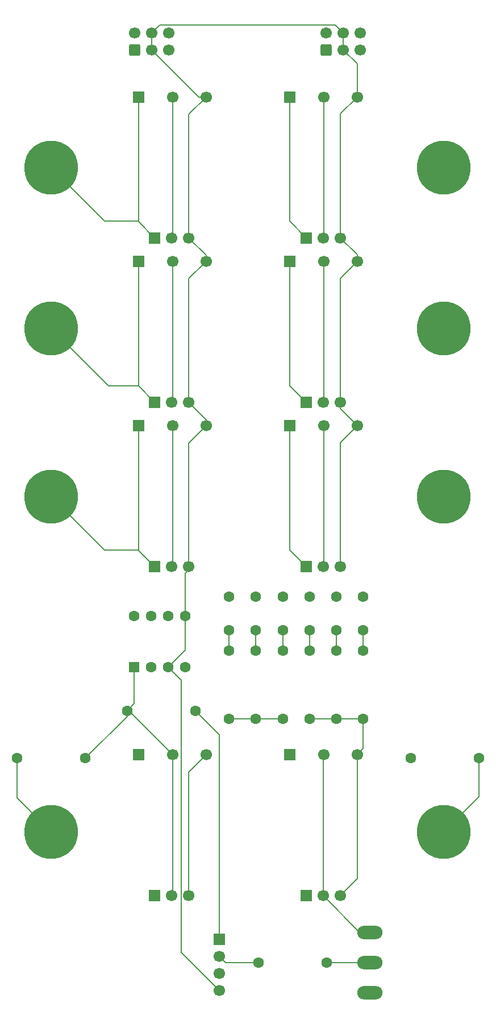
<source format=gbr>
%TF.GenerationSoftware,KiCad,Pcbnew,9.0.5*%
%TF.CreationDate,2025-12-27T19:44:07+11:00*%
%TF.ProjectId,audio-mixer,61756469-6f2d-46d6-9978-65722e6b6963,rev?*%
%TF.SameCoordinates,Original*%
%TF.FileFunction,Copper,L1,Top*%
%TF.FilePolarity,Positive*%
%FSLAX46Y46*%
G04 Gerber Fmt 4.6, Leading zero omitted, Abs format (unit mm)*
G04 Created by KiCad (PCBNEW 9.0.5) date 2025-12-27 19:44:07*
%MOMM*%
%LPD*%
G01*
G04 APERTURE LIST*
G04 Aperture macros list*
%AMRoundRect*
0 Rectangle with rounded corners*
0 $1 Rounding radius*
0 $2 $3 $4 $5 $6 $7 $8 $9 X,Y pos of 4 corners*
0 Add a 4 corners polygon primitive as box body*
4,1,4,$2,$3,$4,$5,$6,$7,$8,$9,$2,$3,0*
0 Add four circle primitives for the rounded corners*
1,1,$1+$1,$2,$3*
1,1,$1+$1,$4,$5*
1,1,$1+$1,$6,$7*
1,1,$1+$1,$8,$9*
0 Add four rect primitives between the rounded corners*
20,1,$1+$1,$2,$3,$4,$5,0*
20,1,$1+$1,$4,$5,$6,$7,0*
20,1,$1+$1,$6,$7,$8,$9,0*
20,1,$1+$1,$8,$9,$2,$3,0*%
G04 Aperture macros list end*
%TA.AperFunction,ComponentPad*%
%ADD10R,1.700000X1.700000*%
%TD*%
%TA.AperFunction,ComponentPad*%
%ADD11C,1.700000*%
%TD*%
%TA.AperFunction,ComponentPad*%
%ADD12C,8.000000*%
%TD*%
%TA.AperFunction,ComponentPad*%
%ADD13C,1.600000*%
%TD*%
%TA.AperFunction,ComponentPad*%
%ADD14RoundRect,0.250000X0.550000X-0.550000X0.550000X0.550000X-0.550000X0.550000X-0.550000X-0.550000X0*%
%TD*%
%TA.AperFunction,ComponentPad*%
%ADD15O,3.750000X2.000000*%
%TD*%
%TA.AperFunction,ComponentPad*%
%ADD16RoundRect,0.250000X0.600000X-0.600000X0.600000X0.600000X-0.600000X0.600000X-0.600000X-0.600000X0*%
%TD*%
%TA.AperFunction,Conductor*%
%ADD17C,0.200000*%
%TD*%
G04 APERTURE END LIST*
D10*
%TO.P,J15,1,Pin_1*%
%TO.N,unconnected-(J15-Pin_1-Pad1)*%
X73500000Y-134524938D03*
D11*
%TO.P,J15,2,Pin_2*%
%TO.N,Net-(J15-Pin_2)*%
X78580000Y-134524938D03*
%TO.P,J15,3,Pin_3*%
%TO.N,Net-(J15-Pin_3)*%
X83580000Y-134524938D03*
%TD*%
D12*
%TO.P,J16,1,Pin_1*%
%TO.N,Net-(J16-Pin_1)*%
X96500000Y-146024938D03*
%TD*%
D13*
%TO.P,R7,1*%
%TO.N,Net-(J13-Pin_2)*%
X43080000Y-135024938D03*
%TO.P,R7,2*%
%TO.N,Net-(J14-Pin_1)*%
X32920000Y-135024938D03*
%TD*%
%TO.P,R8,1*%
%TO.N,Net-(J15-Pin_2)*%
X91580000Y-135024938D03*
%TO.P,R8,2*%
%TO.N,Net-(J16-Pin_1)*%
X101740000Y-135024938D03*
%TD*%
D10*
%TO.P,J13,1,Pin_1*%
%TO.N,unconnected-(J13-Pin_1-Pad1)*%
X51000000Y-134524938D03*
D11*
%TO.P,J13,2,Pin_2*%
%TO.N,Net-(J13-Pin_2)*%
X56080000Y-134524938D03*
%TO.P,J13,3,Pin_3*%
%TO.N,Net-(J13-Pin_3)*%
X61080000Y-134524938D03*
%TD*%
D10*
%TO.P,RV7,1,1*%
%TO.N,unconnected-(RV7-Pad1)*%
X53410000Y-155524938D03*
D11*
%TO.P,RV7,2,2*%
%TO.N,Net-(J13-Pin_2)*%
X55950000Y-155524938D03*
%TO.P,RV7,3,3*%
%TO.N,Net-(J13-Pin_3)*%
X58490000Y-155524938D03*
%TD*%
D10*
%TO.P,RV8,1,1*%
%TO.N,unconnected-(RV8-Pad1)*%
X75960000Y-155524938D03*
D11*
%TO.P,RV8,2,2*%
%TO.N,Net-(J15-Pin_2)*%
X78500000Y-155524938D03*
%TO.P,RV8,3,3*%
%TO.N,Net-(J15-Pin_3)*%
X81040000Y-155524938D03*
%TD*%
D12*
%TO.P,J14,1,Pin_1*%
%TO.N,Net-(J14-Pin_1)*%
X38000000Y-146024938D03*
%TD*%
D13*
%TO.P,R5,1*%
%TO.N,Net-(C5-Pad2)*%
X80500000Y-119000000D03*
%TO.P,R5,2*%
%TO.N,Net-(J15-Pin_3)*%
X80500000Y-129160000D03*
%TD*%
D11*
%TO.P,J17,R1*%
%TO.N,Net-(J17-PadR1)*%
X63000000Y-164540000D03*
%TO.P,J17,R2*%
%TO.N,unconnected-(J17-PadR2)*%
X63000000Y-167080000D03*
%TO.P,J17,S*%
%TO.N,GND*%
X63000000Y-169620000D03*
D10*
%TO.P,J17,T*%
%TO.N,Net-(J17-PadT)*%
X63000000Y-162000000D03*
%TD*%
D13*
%TO.P,U1,8,V+*%
%TO.N,12V*%
X50380000Y-113880000D03*
%TO.P,U1,7*%
%TO.N,Net-(J15-Pin_2)*%
X52920000Y-113880000D03*
%TO.P,U1,6,-*%
%TO.N,Net-(J15-Pin_3)*%
X55460000Y-113880000D03*
%TO.P,U1,5,+*%
%TO.N,GND*%
X58000000Y-113880000D03*
%TO.P,U1,4,V-*%
%TO.N,-12V*%
X58000000Y-121500000D03*
%TO.P,U1,3,+*%
%TO.N,GND*%
X55460000Y-121500000D03*
%TO.P,U1,2,-*%
%TO.N,Net-(J13-Pin_3)*%
X52920000Y-121500000D03*
D14*
%TO.P,U1,1*%
%TO.N,Net-(J13-Pin_2)*%
X50380000Y-121500000D03*
%TD*%
D15*
%TO.P,SW1,3,A*%
%TO.N,Net-(J15-Pin_2)*%
X85500000Y-161000000D03*
%TO.P,SW1,2,B*%
%TO.N,Net-(SW1-B)*%
X85500000Y-165500000D03*
%TO.P,SW1,1,C*%
%TO.N,Net-(J13-Pin_2)*%
X85500000Y-170000000D03*
%TD*%
D11*
%TO.P,RV6,3,3*%
%TO.N,GND*%
X81040000Y-106500000D03*
%TO.P,RV6,2,2*%
%TO.N,Net-(J12-Pin_2)*%
X78500000Y-106500000D03*
D10*
%TO.P,RV6,1,1*%
%TO.N,Net-(J11-Pin_1)*%
X75960000Y-106500000D03*
%TD*%
D11*
%TO.P,RV5,3,3*%
%TO.N,GND*%
X81040000Y-82000000D03*
%TO.P,RV5,2,2*%
%TO.N,Net-(J10-Pin_2)*%
X78500000Y-82000000D03*
D10*
%TO.P,RV5,1,1*%
%TO.N,Net-(J10-Pin_1)*%
X75960000Y-82000000D03*
%TD*%
D11*
%TO.P,RV4,3,3*%
%TO.N,GND*%
X81080000Y-57500000D03*
%TO.P,RV4,2,2*%
%TO.N,Net-(J8-Pin_2)*%
X78540000Y-57500000D03*
D10*
%TO.P,RV4,1,1*%
%TO.N,Net-(J7-Pin_1)*%
X76000000Y-57500000D03*
%TD*%
D11*
%TO.P,RV3,3,3*%
%TO.N,GND*%
X58490000Y-106500000D03*
%TO.P,RV3,2,2*%
%TO.N,Net-(J6-Pin_2)*%
X55950000Y-106500000D03*
D10*
%TO.P,RV3,1,1*%
%TO.N,Net-(J5-Pin_1)*%
X53410000Y-106500000D03*
%TD*%
D11*
%TO.P,RV2,3,3*%
%TO.N,GND*%
X58490000Y-82000000D03*
%TO.P,RV2,2,2*%
%TO.N,Net-(J4-Pin_2)*%
X55950000Y-82000000D03*
D10*
%TO.P,RV2,1,1*%
%TO.N,Net-(J3-Pin_1)*%
X53410000Y-82000000D03*
%TD*%
D11*
%TO.P,RV1,3,3*%
%TO.N,GND*%
X58500000Y-57500000D03*
%TO.P,RV1,2,2*%
%TO.N,Net-(J2-Pin_2)*%
X55960000Y-57500000D03*
D10*
%TO.P,RV1,1,1*%
%TO.N,Net-(J1-Pin_1)*%
X53420000Y-57500000D03*
%TD*%
D13*
%TO.P,R10,2*%
%TO.N,Net-(J17-PadR1)*%
X68840000Y-165500000D03*
%TO.P,R10,1*%
%TO.N,Net-(SW1-B)*%
X79000000Y-165500000D03*
%TD*%
%TO.P,R9,2*%
%TO.N,Net-(J17-PadT)*%
X59460000Y-128000000D03*
%TO.P,R9,1*%
%TO.N,Net-(J13-Pin_2)*%
X49300000Y-128000000D03*
%TD*%
%TO.P,R6,2*%
%TO.N,Net-(J15-Pin_3)*%
X84500000Y-129160000D03*
%TO.P,R6,1*%
%TO.N,Net-(C6-Pad2)*%
X84500000Y-119000000D03*
%TD*%
%TO.P,R4,2*%
%TO.N,Net-(J15-Pin_3)*%
X76500000Y-129160000D03*
%TO.P,R4,1*%
%TO.N,Net-(C4-Pad2)*%
X76500000Y-119000000D03*
%TD*%
%TO.P,R3,2*%
%TO.N,Net-(J13-Pin_3)*%
X72500000Y-129160000D03*
%TO.P,R3,1*%
%TO.N,Net-(C3-Pad2)*%
X72500000Y-119000000D03*
%TD*%
%TO.P,R2,2*%
%TO.N,Net-(J13-Pin_3)*%
X68500000Y-129160000D03*
%TO.P,R2,1*%
%TO.N,Net-(C2-Pad2)*%
X68500000Y-119000000D03*
%TD*%
%TO.P,R1,2*%
%TO.N,Net-(J13-Pin_3)*%
X64500000Y-129160000D03*
%TO.P,R1,1*%
%TO.N,Net-(C1-Pad2)*%
X64500000Y-119000000D03*
%TD*%
D11*
%TO.P,J19,6,Pin_6*%
%TO.N,unconnected-(J19-Pin_6-Pad6)*%
X84040000Y-26960000D03*
%TO.P,J19,5,Pin_5*%
%TO.N,5V*%
X84040000Y-29500000D03*
%TO.P,J19,4,Pin_4*%
%TO.N,GND*%
X81500000Y-26960000D03*
%TO.P,J19,3,Pin_3*%
X81500000Y-29500000D03*
%TO.P,J19,2,Pin_2*%
%TO.N,-12V*%
X78960000Y-26960000D03*
D16*
%TO.P,J19,1,Pin_1*%
%TO.N,12V*%
X78960000Y-29500000D03*
%TD*%
D11*
%TO.P,J18,6,Pin_6*%
%TO.N,unconnected-(J18-Pin_6-Pad6)*%
X55540000Y-27000000D03*
%TO.P,J18,5,Pin_5*%
%TO.N,5V*%
X55540000Y-29540000D03*
%TO.P,J18,4,Pin_4*%
%TO.N,GND*%
X53000000Y-27000000D03*
%TO.P,J18,3,Pin_3*%
X53000000Y-29540000D03*
%TO.P,J18,2,Pin_2*%
%TO.N,-12V*%
X50460000Y-27000000D03*
D16*
%TO.P,J18,1,Pin_1*%
%TO.N,12V*%
X50460000Y-29540000D03*
%TD*%
D11*
%TO.P,J12,3,Pin_3*%
%TO.N,GND*%
X83580000Y-85500000D03*
%TO.P,J12,2,Pin_2*%
%TO.N,Net-(J12-Pin_2)*%
X78580000Y-85500000D03*
D10*
%TO.P,J12,1,Pin_1*%
%TO.N,Net-(J11-Pin_1)*%
X73500000Y-85500000D03*
%TD*%
D12*
%TO.P,J11,1,Pin_1*%
%TO.N,Net-(J11-Pin_1)*%
X96500000Y-96024938D03*
%TD*%
D11*
%TO.P,J10,3,Pin_3*%
%TO.N,GND*%
X83580000Y-61000000D03*
%TO.P,J10,2,Pin_2*%
%TO.N,Net-(J10-Pin_2)*%
X78580000Y-61000000D03*
D10*
%TO.P,J10,1,Pin_1*%
%TO.N,Net-(J10-Pin_1)*%
X73500000Y-61000000D03*
%TD*%
D12*
%TO.P,J9,1,Pin_1*%
%TO.N,Net-(J10-Pin_1)*%
X96500000Y-71024938D03*
%TD*%
D11*
%TO.P,J8,3,Pin_3*%
%TO.N,GND*%
X83580000Y-36500000D03*
%TO.P,J8,2,Pin_2*%
%TO.N,Net-(J8-Pin_2)*%
X78580000Y-36500000D03*
D10*
%TO.P,J8,1,Pin_1*%
%TO.N,Net-(J7-Pin_1)*%
X73500000Y-36500000D03*
%TD*%
D12*
%TO.P,J7,1,Pin_1*%
%TO.N,Net-(J7-Pin_1)*%
X96500000Y-47000000D03*
%TD*%
D11*
%TO.P,J6,3,Pin_3*%
%TO.N,GND*%
X61080000Y-85500000D03*
%TO.P,J6,2,Pin_2*%
%TO.N,Net-(J6-Pin_2)*%
X56080000Y-85500000D03*
D10*
%TO.P,J6,1,Pin_1*%
%TO.N,Net-(J5-Pin_1)*%
X51000000Y-85500000D03*
%TD*%
D12*
%TO.P,J5,1,Pin_1*%
%TO.N,Net-(J5-Pin_1)*%
X38000000Y-96024938D03*
%TD*%
D11*
%TO.P,J4,3,Pin_3*%
%TO.N,GND*%
X61080000Y-61000000D03*
%TO.P,J4,2,Pin_2*%
%TO.N,Net-(J4-Pin_2)*%
X56080000Y-61000000D03*
D10*
%TO.P,J4,1,Pin_1*%
%TO.N,Net-(J3-Pin_1)*%
X51000000Y-61000000D03*
%TD*%
D12*
%TO.P,J3,1,Pin_1*%
%TO.N,Net-(J3-Pin_1)*%
X38000000Y-71024938D03*
%TD*%
D11*
%TO.P,J2,3,Pin_3*%
%TO.N,GND*%
X61080000Y-36500000D03*
%TO.P,J2,2,Pin_2*%
%TO.N,Net-(J2-Pin_2)*%
X56080000Y-36500000D03*
D10*
%TO.P,J2,1,Pin_1*%
%TO.N,Net-(J1-Pin_1)*%
X51000000Y-36500000D03*
%TD*%
D12*
%TO.P,J1,1,Pin_1*%
%TO.N,Net-(J1-Pin_1)*%
X38000000Y-47024938D03*
%TD*%
D13*
%TO.P,C6,2*%
%TO.N,Net-(C6-Pad2)*%
X84500000Y-116000000D03*
%TO.P,C6,1*%
%TO.N,Net-(J12-Pin_2)*%
X84500000Y-111000000D03*
%TD*%
%TO.P,C5,2*%
%TO.N,Net-(C5-Pad2)*%
X80500000Y-116000000D03*
%TO.P,C5,1*%
%TO.N,Net-(J10-Pin_2)*%
X80500000Y-111000000D03*
%TD*%
%TO.P,C4,2*%
%TO.N,Net-(C4-Pad2)*%
X76500000Y-116000000D03*
%TO.P,C4,1*%
%TO.N,Net-(J8-Pin_2)*%
X76500000Y-111000000D03*
%TD*%
%TO.P,C3,2*%
%TO.N,Net-(C3-Pad2)*%
X72500000Y-116000000D03*
%TO.P,C3,1*%
%TO.N,Net-(J6-Pin_2)*%
X72500000Y-111000000D03*
%TD*%
%TO.P,C2,2*%
%TO.N,Net-(C2-Pad2)*%
X68500000Y-116000000D03*
%TO.P,C2,1*%
%TO.N,Net-(J4-Pin_2)*%
X68500000Y-111000000D03*
%TD*%
%TO.P,C1,2*%
%TO.N,Net-(C1-Pad2)*%
X64500000Y-116000000D03*
%TO.P,C1,1*%
%TO.N,Net-(J2-Pin_2)*%
X64500000Y-111000000D03*
%TD*%
D17*
%TO.N,Net-(J17-PadR1)*%
X63000000Y-164540000D02*
X63960000Y-165500000D01*
X63960000Y-165500000D02*
X68840000Y-165500000D01*
%TO.N,Net-(SW1-B)*%
X85500000Y-165500000D02*
X79000000Y-165500000D01*
%TO.N,Net-(J15-Pin_2)*%
X78500000Y-155524938D02*
X83975062Y-161000000D01*
X83975062Y-161000000D02*
X85500000Y-161000000D01*
%TO.N,Net-(J17-PadT)*%
X59460000Y-128000000D02*
X63000000Y-131540000D01*
X63000000Y-131540000D02*
X63000000Y-162000000D01*
%TO.N,GND*%
X55460000Y-121500000D02*
X57339000Y-123379000D01*
X57339000Y-123379000D02*
X57339000Y-163959000D01*
X57339000Y-163959000D02*
X63000000Y-169620000D01*
%TO.N,Net-(J15-Pin_3)*%
X84500000Y-129160000D02*
X84500000Y-133604938D01*
X84500000Y-133604938D02*
X83580000Y-134524938D01*
%TO.N,Net-(J13-Pin_2)*%
X49300000Y-128000000D02*
X49555062Y-128000000D01*
X49555062Y-128000000D02*
X56080000Y-134524938D01*
X49300000Y-128000000D02*
X49300000Y-128804938D01*
X49300000Y-128804938D02*
X43080000Y-135024938D01*
%TO.N,Net-(J16-Pin_1)*%
X101740000Y-140784938D02*
X96500000Y-146024938D01*
X101740000Y-135024938D02*
X101740000Y-140784938D01*
%TO.N,Net-(J14-Pin_1)*%
X32920000Y-135024938D02*
X32920000Y-140944938D01*
%TO.N,Net-(J15-Pin_3)*%
X83580000Y-134524938D02*
X83580000Y-152984938D01*
%TO.N,Net-(J15-Pin_2)*%
X78500000Y-135104938D02*
X78500000Y-155524938D01*
%TO.N,Net-(J13-Pin_2)*%
X56080000Y-155394938D02*
X55950000Y-155524938D01*
%TO.N,Net-(J13-Pin_3)*%
X58490000Y-137114938D02*
X58490000Y-155524938D01*
%TO.N,Net-(J15-Pin_2)*%
X78580000Y-134524938D02*
X78580000Y-135024938D01*
X78580000Y-135024938D02*
X78500000Y-135104938D01*
%TO.N,Net-(J13-Pin_2)*%
X56080000Y-134524938D02*
X56080000Y-155394938D01*
%TO.N,Net-(J15-Pin_3)*%
X83580000Y-152984938D02*
X81040000Y-155524938D01*
%TO.N,Net-(J14-Pin_1)*%
X32920000Y-140944938D02*
X38000000Y-146024938D01*
%TO.N,Net-(J13-Pin_3)*%
X61080000Y-134524938D02*
X58490000Y-137114938D01*
%TO.N,Net-(J13-Pin_2)*%
X50380000Y-121500000D02*
X50380000Y-126920000D01*
X50380000Y-126920000D02*
X49300000Y-128000000D01*
%TO.N,Net-(J15-Pin_3)*%
X80500000Y-129160000D02*
X84099000Y-129160000D01*
X76500000Y-129160000D02*
X80500000Y-129160000D01*
%TO.N,GND*%
X58490000Y-106500000D02*
X58490000Y-106990000D01*
X58490000Y-106990000D02*
X58000000Y-107480000D01*
X58000000Y-107480000D02*
X58000000Y-113880000D01*
X58000000Y-113880000D02*
X58000000Y-118960000D01*
X58000000Y-118960000D02*
X55460000Y-121500000D01*
X53000000Y-27000000D02*
X54191000Y-25809000D01*
X54191000Y-25809000D02*
X80349000Y-25809000D01*
X80349000Y-25809000D02*
X81500000Y-26960000D01*
X81500000Y-29500000D02*
X83580000Y-31580000D01*
X83580000Y-31580000D02*
X83580000Y-36500000D01*
X53000000Y-29540000D02*
X59960000Y-36500000D01*
X59960000Y-36500000D02*
X61080000Y-36500000D01*
X81500000Y-26960000D02*
X81500000Y-29500000D01*
X53000000Y-27000000D02*
X53000000Y-29540000D01*
%TO.N,Net-(J5-Pin_1)*%
X51000000Y-85500000D02*
X51000000Y-104000000D01*
X38000000Y-96024938D02*
X45975062Y-104000000D01*
X45975062Y-104000000D02*
X51000000Y-104000000D01*
%TO.N,Net-(J3-Pin_1)*%
X38000000Y-71024938D02*
X46565062Y-79590000D01*
X46565062Y-79590000D02*
X51000000Y-79590000D01*
%TO.N,Net-(J1-Pin_1)*%
X51000000Y-36500000D02*
X51000000Y-55000000D01*
X38000000Y-47024938D02*
X45975062Y-55000000D01*
X45975062Y-55000000D02*
X51000000Y-55000000D01*
%TO.N,GND*%
X81080000Y-57500000D02*
X83580000Y-60000000D01*
X83580000Y-60000000D02*
X83580000Y-61000000D01*
X81040000Y-82000000D02*
X81040000Y-82960000D01*
X81040000Y-82960000D02*
X83580000Y-85500000D01*
X58490000Y-82000000D02*
X61080000Y-84590000D01*
X61080000Y-84590000D02*
X61080000Y-85500000D01*
X83580000Y-85500000D02*
X81040000Y-88040000D01*
X81040000Y-88040000D02*
X81040000Y-106500000D01*
%TO.N,Net-(J12-Pin_2)*%
X78580000Y-85500000D02*
X78580000Y-106420000D01*
X78580000Y-106420000D02*
X78500000Y-106500000D01*
%TO.N,Net-(J11-Pin_1)*%
X73500000Y-85500000D02*
X73500000Y-104040000D01*
X73500000Y-104040000D02*
X75960000Y-106500000D01*
%TO.N,GND*%
X61080000Y-85500000D02*
X58490000Y-88090000D01*
X58490000Y-88090000D02*
X58490000Y-106500000D01*
%TO.N,Net-(J6-Pin_2)*%
X56080000Y-85500000D02*
X56080000Y-106370000D01*
X56080000Y-106370000D02*
X55950000Y-106500000D01*
%TO.N,Net-(J5-Pin_1)*%
X51000000Y-104000000D02*
X51000000Y-104090000D01*
X51000000Y-104090000D02*
X53410000Y-106500000D01*
%TO.N,GND*%
X83580000Y-61000000D02*
X81040000Y-63540000D01*
X81040000Y-63540000D02*
X81040000Y-82000000D01*
%TO.N,Net-(J10-Pin_2)*%
X78580000Y-61000000D02*
X78580000Y-81920000D01*
X78580000Y-81920000D02*
X78500000Y-82000000D01*
%TO.N,Net-(J10-Pin_1)*%
X73500000Y-61000000D02*
X73500000Y-79540000D01*
X73500000Y-79540000D02*
X75960000Y-82000000D01*
%TO.N,GND*%
X58500000Y-57500000D02*
X61080000Y-60080000D01*
X61080000Y-60080000D02*
X61080000Y-61000000D01*
X61080000Y-61000000D02*
X58490000Y-63590000D01*
X58490000Y-63590000D02*
X58490000Y-82000000D01*
%TO.N,Net-(J4-Pin_2)*%
X56080000Y-61000000D02*
X56080000Y-81870000D01*
X56080000Y-81870000D02*
X55950000Y-82000000D01*
%TO.N,Net-(J3-Pin_1)*%
X51000000Y-61000000D02*
X51000000Y-79590000D01*
X51000000Y-79590000D02*
X53410000Y-82000000D01*
%TO.N,GND*%
X83580000Y-36500000D02*
X81080000Y-39000000D01*
X81080000Y-39000000D02*
X81080000Y-57500000D01*
%TO.N,Net-(J8-Pin_2)*%
X78580000Y-36500000D02*
X78580000Y-57460000D01*
X78580000Y-57460000D02*
X78540000Y-57500000D01*
%TO.N,Net-(J7-Pin_1)*%
X73500000Y-36500000D02*
X73500000Y-55000000D01*
X73500000Y-55000000D02*
X76000000Y-57500000D01*
%TO.N,GND*%
X61080000Y-36500000D02*
X58500000Y-39080000D01*
X58500000Y-39080000D02*
X58500000Y-57500000D01*
%TO.N,Net-(J2-Pin_2)*%
X56080000Y-36500000D02*
X56080000Y-57380000D01*
X56080000Y-57380000D02*
X55960000Y-57500000D01*
%TO.N,Net-(J1-Pin_1)*%
X51000000Y-55000000D02*
X51000000Y-55080000D01*
X51000000Y-55080000D02*
X53420000Y-57500000D01*
%TO.N,Net-(C6-Pad2)*%
X84500000Y-116000000D02*
X84500000Y-119000000D01*
%TO.N,Net-(C5-Pad2)*%
X80500000Y-116000000D02*
X80500000Y-119000000D01*
%TO.N,Net-(C4-Pad2)*%
X76500000Y-116000000D02*
X76500000Y-119000000D01*
%TO.N,Net-(C3-Pad2)*%
X72500000Y-116000000D02*
X72500000Y-119000000D01*
%TO.N,Net-(C2-Pad2)*%
X68500000Y-116000000D02*
X68500000Y-119000000D01*
%TO.N,Net-(C1-Pad2)*%
X64500000Y-116000000D02*
X64500000Y-119000000D01*
%TO.N,Net-(J13-Pin_3)*%
X64500000Y-129160000D02*
X72500000Y-129160000D01*
%TD*%
M02*

</source>
